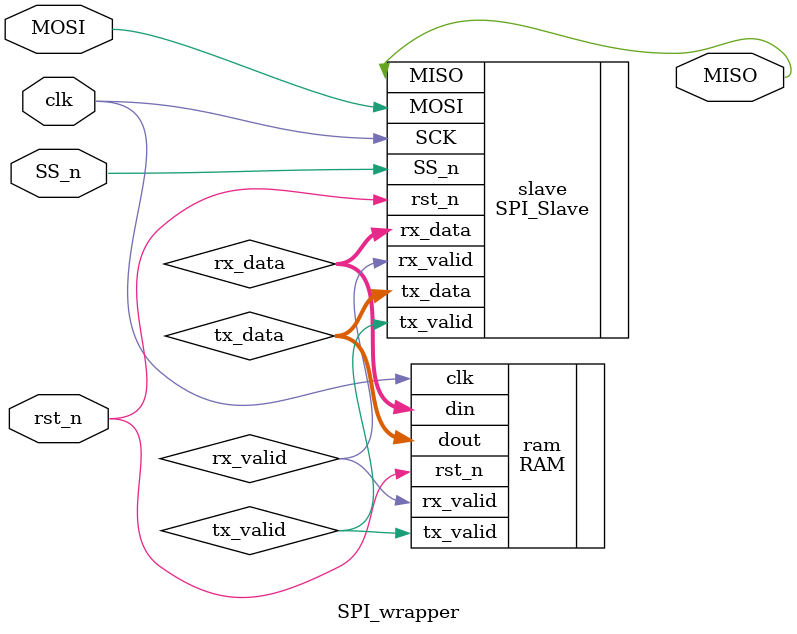
<source format=v>
module SPI_wrapper (
    MOSI,
    MISO,
    SS_n,
    clk,
    rst_n
);

  input MOSI, SS_n, clk, rst_n;
  output MISO;

  wire [9:0] rx_data;
  wire [7:0] tx_data;
  wire rx_valid, tx_valid;

  SPI_Slave slave (
      .MOSI(MOSI),
      .MISO(MISO),
      .SS_n(SS_n),
      .SCK(clk),
      .rst_n(rst_n),
      .rx_data(rx_data),
      .tx_data(tx_data),
      .rx_valid(rx_valid),
      .tx_valid(tx_valid)
  );

  RAM ram (
      .din(rx_data),
      .rx_valid(rx_valid),
      .dout(tx_data),
      .tx_valid(tx_valid),
      .clk(clk),
      .rst_n(rst_n)
  );

endmodule

</source>
